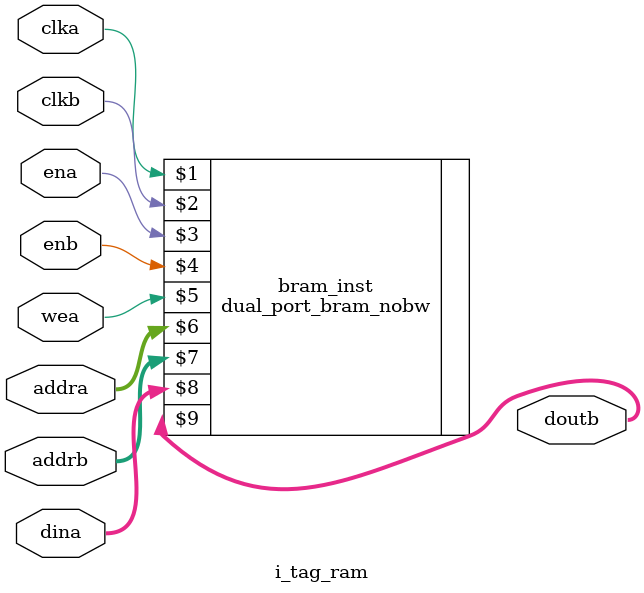
<source format=sv>
module i_tag_ram #(
    parameter LEN_DATA = 20,
    parameter LEN_ADDR = 8
) (clka,clkb,ena,enb,wea,addra,addrb,dina,doutb);

    input clka,clkb,ena,enb,wea;
    input [LEN_ADDR-1:0] addra,addrb;
    input [LEN_DATA-1:0] dina;
    output [LEN_DATA-1:0] doutb;

    dual_port_bram_nobw bram_inst(clka,clkb,ena,enb,wea,addra,addrb,dina,doutb);

endmodule
</source>
